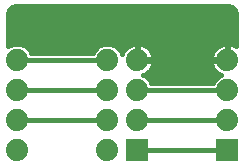
<source format=gbl>
G75*
%MOIN*%
%OFA0B0*%
%FSLAX24Y24*%
%IPPOS*%
%LPD*%
%AMOC8*
5,1,8,0,0,1.08239X$1,22.5*
%
%ADD10C,0.0740*%
%ADD11R,0.0740X0.0740*%
%ADD12C,0.0160*%
D10*
X000680Y002200D03*
X000680Y003200D03*
X000680Y004200D03*
X000680Y005200D03*
X003680Y005200D03*
X004680Y005200D03*
X004680Y004200D03*
X003680Y004200D03*
X003680Y003200D03*
X004680Y003200D03*
X003680Y002200D03*
X007680Y003200D03*
X007680Y004200D03*
X007680Y005200D03*
D11*
X007680Y002200D03*
X004680Y002200D03*
D12*
X007680Y002200D01*
X007680Y003200D02*
X004680Y003200D01*
X003680Y003200D02*
X000680Y003200D01*
X000680Y004200D02*
X003680Y004200D01*
X004680Y004200D02*
X007680Y004200D01*
X007206Y004440D02*
X005154Y004440D01*
X005129Y004500D01*
X004980Y004649D01*
X004886Y004689D01*
X004891Y004690D01*
X004968Y004730D01*
X005038Y004780D01*
X005100Y004842D01*
X005150Y004912D01*
X005190Y004989D01*
X005216Y005071D01*
X005230Y005157D01*
X005230Y005180D01*
X004700Y005180D01*
X004700Y005220D01*
X004660Y005220D01*
X004660Y005750D01*
X004637Y005750D01*
X004551Y005736D01*
X004469Y005710D01*
X004392Y005670D01*
X004322Y005620D01*
X004260Y005558D01*
X004210Y005488D01*
X004170Y005411D01*
X004169Y005406D01*
X004129Y005500D01*
X003980Y005649D01*
X003785Y005730D01*
X003575Y005730D01*
X003380Y005649D01*
X003231Y005500D01*
X003206Y005440D01*
X001154Y005440D01*
X001129Y005500D01*
X000980Y005649D01*
X000785Y005730D01*
X000575Y005730D01*
X000380Y005649D01*
X000380Y006726D01*
X000385Y006780D01*
X000426Y006878D01*
X000502Y006954D01*
X000600Y006995D01*
X000654Y007000D01*
X007680Y007000D01*
X007739Y006994D01*
X007847Y006949D01*
X007929Y006867D01*
X007974Y006759D01*
X007980Y006700D01*
X007980Y005662D01*
X007968Y005670D01*
X007891Y005710D01*
X007809Y005736D01*
X007723Y005750D01*
X007700Y005750D01*
X007700Y005220D01*
X007660Y005220D01*
X007660Y005750D01*
X007637Y005750D01*
X007551Y005736D01*
X007469Y005710D01*
X007392Y005670D01*
X007322Y005620D01*
X007260Y005558D01*
X007210Y005488D01*
X007170Y005411D01*
X007144Y005329D01*
X007130Y005243D01*
X007130Y005220D01*
X007660Y005220D01*
X007660Y005180D01*
X007130Y005180D01*
X007130Y005157D01*
X007144Y005071D01*
X007170Y004989D01*
X007210Y004912D01*
X007260Y004842D01*
X007322Y004780D01*
X007392Y004730D01*
X007469Y004690D01*
X007474Y004689D01*
X007380Y004649D01*
X007231Y004500D01*
X007206Y004440D01*
X007222Y004480D02*
X005138Y004480D01*
X004992Y004638D02*
X007368Y004638D01*
X007306Y004797D02*
X005054Y004797D01*
X005172Y004955D02*
X007188Y004955D01*
X007137Y005114D02*
X005223Y005114D01*
X005230Y005220D02*
X005230Y005243D01*
X005216Y005329D01*
X005190Y005411D01*
X005150Y005488D01*
X005100Y005558D01*
X005038Y005620D01*
X004968Y005670D01*
X004891Y005710D01*
X004809Y005736D01*
X004723Y005750D01*
X004700Y005750D01*
X004700Y005220D01*
X005230Y005220D01*
X005225Y005272D02*
X007135Y005272D01*
X007180Y005431D02*
X005180Y005431D01*
X005069Y005589D02*
X007291Y005589D01*
X007621Y005748D02*
X004739Y005748D01*
X004700Y005748D02*
X004660Y005748D01*
X004621Y005748D02*
X000380Y005748D01*
X000380Y005906D02*
X007980Y005906D01*
X007980Y006065D02*
X000380Y006065D01*
X000380Y006223D02*
X007980Y006223D01*
X007980Y006382D02*
X000380Y006382D01*
X000380Y006540D02*
X007980Y006540D01*
X007980Y006699D02*
X000380Y006699D01*
X000417Y006857D02*
X007933Y006857D01*
X007980Y005748D02*
X007739Y005748D01*
X007700Y005748D02*
X007660Y005748D01*
X007660Y005589D02*
X007700Y005589D01*
X007700Y005431D02*
X007660Y005431D01*
X007660Y005272D02*
X007700Y005272D01*
X007680Y005200D02*
X004680Y005200D01*
X004660Y005272D02*
X004700Y005272D01*
X004700Y005431D02*
X004660Y005431D01*
X004660Y005589D02*
X004700Y005589D01*
X004291Y005589D02*
X004041Y005589D01*
X004158Y005431D02*
X004180Y005431D01*
X003680Y005200D02*
X000680Y005200D01*
X001041Y005589D02*
X003319Y005589D01*
M02*

</source>
